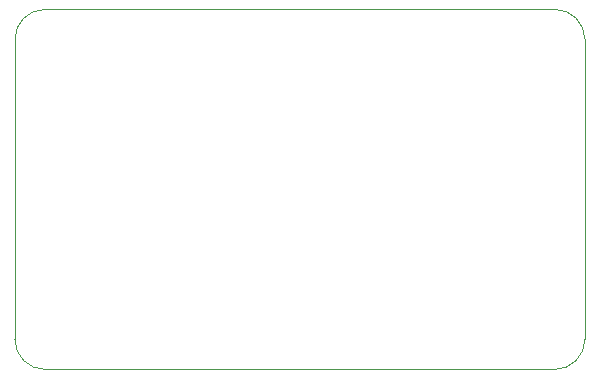
<source format=gm1>
G04 #@! TF.FileFunction,Profile,NP*
%FSLAX46Y46*%
G04 Gerber Fmt 4.6, Leading zero omitted, Abs format (unit mm)*
G04 Created by KiCad (PCBNEW 4.0.6) date 03/14/19 11:47:22*
%MOMM*%
%LPD*%
G01*
G04 APERTURE LIST*
%ADD10C,0.100000*%
G04 APERTURE END LIST*
D10*
X138049000Y-91948000D02*
X138049000Y-66548000D01*
X183769000Y-94488000D02*
X140589000Y-94488000D01*
X186309000Y-66548000D02*
X186309000Y-91948000D01*
X140589000Y-64008000D02*
X183769000Y-64008000D01*
X186309000Y-66548000D02*
G75*
G03X183769000Y-64008000I-2540000J0D01*
G01*
X183769000Y-94488000D02*
G75*
G03X186309000Y-91948000I0J2540000D01*
G01*
X138049000Y-91948000D02*
G75*
G03X140589000Y-94488000I2540000J0D01*
G01*
X140589000Y-64008000D02*
G75*
G03X138049000Y-66548000I0J-2540000D01*
G01*
M02*

</source>
